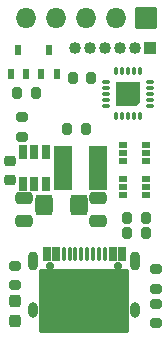
<source format=gbr>
%TF.GenerationSoftware,KiCad,Pcbnew,(6.0.10-0)*%
%TF.CreationDate,2023-01-07T15:17:09+00:00*%
%TF.ProjectId,Shelly,5368656c-6c79-42e6-9b69-6361645f7063,4*%
%TF.SameCoordinates,Original*%
%TF.FileFunction,Soldermask,Top*%
%TF.FilePolarity,Negative*%
%FSLAX46Y46*%
G04 Gerber Fmt 4.6, Leading zero omitted, Abs format (unit mm)*
G04 Created by KiCad (PCBNEW (6.0.10-0)) date 2023-01-07 15:17:09*
%MOMM*%
%LPD*%
G01*
G04 APERTURE LIST*
G04 Aperture macros list*
%AMRoundRect*
0 Rectangle with rounded corners*
0 $1 Rounding radius*
0 $2 $3 $4 $5 $6 $7 $8 $9 X,Y pos of 4 corners*
0 Add a 4 corners polygon primitive as box body*
4,1,4,$2,$3,$4,$5,$6,$7,$8,$9,$2,$3,0*
0 Add four circle primitives for the rounded corners*
1,1,$1+$1,$2,$3*
1,1,$1+$1,$4,$5*
1,1,$1+$1,$6,$7*
1,1,$1+$1,$8,$9*
0 Add four rect primitives between the rounded corners*
20,1,$1+$1,$2,$3,$4,$5,0*
20,1,$1+$1,$4,$5,$6,$7,0*
20,1,$1+$1,$6,$7,$8,$9,0*
20,1,$1+$1,$8,$9,$2,$3,0*%
%AMFreePoly0*
4,1,14,1.007071,1.007071,1.010000,1.000000,1.010000,-1.000000,1.007071,-1.007071,1.000000,-1.010000,-1.000000,-1.010000,-1.007071,-1.007071,-1.010000,-1.000000,-1.010000,0.750000,-1.007071,0.757071,-0.757071,1.007071,-0.750000,1.010000,1.000000,1.010000,1.007071,1.007071,1.007071,1.007071,$1*%
G04 Aperture macros list end*
%ADD10RoundRect,0.247500X0.237500X-0.287500X0.237500X0.287500X-0.237500X0.287500X-0.237500X-0.287500X0*%
%ADD11RoundRect,0.210000X0.275000X-0.200000X0.275000X0.200000X-0.275000X0.200000X-0.275000X-0.200000X0*%
%ADD12RoundRect,0.010000X-0.850000X0.850000X-0.850000X-0.850000X0.850000X-0.850000X0.850000X0.850000X0*%
%ADD13O,1.720000X1.720000*%
%ADD14RoundRect,0.072500X0.287500X0.062500X-0.287500X0.062500X-0.287500X-0.062500X0.287500X-0.062500X0*%
%ADD15RoundRect,0.072500X0.062500X0.287500X-0.062500X0.287500X-0.062500X-0.287500X0.062500X-0.287500X0*%
%ADD16FreePoly0,180.000000*%
%ADD17C,0.700000*%
%ADD18RoundRect,0.010000X-0.300000X-0.570000X0.300000X-0.570000X0.300000X0.570000X-0.300000X0.570000X0*%
%ADD19RoundRect,0.085000X-0.075000X-0.495000X0.075000X-0.495000X0.075000X0.495000X-0.075000X0.495000X0*%
%ADD20RoundRect,0.010000X-3.750000X-2.625000X3.750000X-2.625000X3.750000X2.625000X-3.750000X2.625000X0*%
%ADD21O,0.820000X1.620000*%
%ADD22O,0.820000X1.320000*%
%ADD23RoundRect,0.210000X-0.275000X0.200000X-0.275000X-0.200000X0.275000X-0.200000X0.275000X0.200000X0*%
%ADD24RoundRect,0.210000X-0.200000X-0.275000X0.200000X-0.275000X0.200000X0.275000X-0.200000X0.275000X0*%
%ADD25RoundRect,0.010000X-0.325000X-0.200000X0.325000X-0.200000X0.325000X0.200000X-0.325000X0.200000X0*%
%ADD26RoundRect,0.210000X0.200000X0.275000X-0.200000X0.275000X-0.200000X-0.275000X0.200000X-0.275000X0*%
%ADD27RoundRect,0.010000X-0.225000X-0.350000X0.225000X-0.350000X0.225000X0.350000X-0.225000X0.350000X0*%
%ADD28RoundRect,0.010000X0.300000X-0.550000X0.300000X0.550000X-0.300000X0.550000X-0.300000X-0.550000X0*%
%ADD29RoundRect,0.235000X0.250000X-0.225000X0.250000X0.225000X-0.250000X0.225000X-0.250000X-0.225000X0*%
%ADD30RoundRect,0.259375X-0.463125X-0.625625X0.463125X-0.625625X0.463125X0.625625X-0.463125X0.625625X0*%
%ADD31RoundRect,0.010000X0.712500X-1.850000X0.712500X1.850000X-0.712500X1.850000X-0.712500X-1.850000X0*%
%ADD32RoundRect,0.260000X-0.475000X0.250000X-0.475000X-0.250000X0.475000X-0.250000X0.475000X0.250000X0*%
%ADD33RoundRect,0.010000X0.500000X-0.500000X0.500000X0.500000X-0.500000X0.500000X-0.500000X-0.500000X0*%
%ADD34O,1.020000X1.020000*%
G04 APERTURE END LIST*
D10*
%TO.C,D3*%
X171100000Y-81775000D03*
X171100000Y-80025000D03*
%TD*%
D11*
%TO.C,R2*%
X183050000Y-79025000D03*
X183050000Y-77375000D03*
%TD*%
D12*
%TO.C,J1*%
X182200000Y-56100000D03*
D13*
X179660000Y-56100000D03*
X177120000Y-56100000D03*
X174580000Y-56100000D03*
X172040000Y-56100000D03*
%TD*%
D14*
%TO.C,U1*%
X182600000Y-63500000D03*
X182600000Y-63000000D03*
X182600000Y-62500000D03*
X182600000Y-62000000D03*
X182600000Y-61500000D03*
D15*
X181700000Y-60600000D03*
X181200000Y-60600000D03*
X180700000Y-60600000D03*
X180200000Y-60600000D03*
X179700000Y-60600000D03*
D14*
X178800000Y-61500000D03*
X178800000Y-62000000D03*
X178800000Y-62500000D03*
X178800000Y-63000000D03*
X178800000Y-63500000D03*
D15*
X179700000Y-64400000D03*
X180200000Y-64400000D03*
X180700000Y-64400000D03*
X181200000Y-64400000D03*
X181700000Y-64400000D03*
D16*
X180700000Y-62500000D03*
%TD*%
D17*
%TO.C,J3*%
X174110000Y-77110000D03*
X179890000Y-77110000D03*
D18*
X173800000Y-76040000D03*
X174600000Y-76040000D03*
D19*
X175750000Y-76040000D03*
X176750000Y-76040000D03*
X177250000Y-76040000D03*
X178250000Y-76040000D03*
D18*
X180200000Y-76040000D03*
X179400000Y-76040000D03*
D19*
X178750000Y-76040000D03*
X177750000Y-76040000D03*
X176250000Y-76040000D03*
X175250000Y-76040000D03*
D20*
X177000000Y-80025000D03*
D21*
X172680000Y-76620000D03*
D22*
X181320000Y-80810000D03*
D21*
X181320000Y-76620000D03*
D22*
X172680000Y-80810000D03*
%TD*%
D23*
%TO.C,R5*%
X171100000Y-77075000D03*
X171100000Y-78725000D03*
%TD*%
%TO.C,R1*%
X183050000Y-80275000D03*
X183050000Y-81925000D03*
%TD*%
D24*
%TO.C,R3*%
X180575000Y-73000000D03*
X182225000Y-73000000D03*
%TD*%
%TO.C,R4*%
X180575000Y-74320000D03*
X182225000Y-74320000D03*
%TD*%
D25*
%TO.C,D1*%
X180300000Y-69750000D03*
X180300000Y-70400000D03*
X180300000Y-71050000D03*
X182200000Y-71050000D03*
X182200000Y-70400000D03*
X182200000Y-69750000D03*
%TD*%
%TO.C,D2*%
X180300000Y-66850000D03*
X180300000Y-67500000D03*
X180300000Y-68150000D03*
X182200000Y-68150000D03*
X182200000Y-67500000D03*
X182200000Y-66850000D03*
%TD*%
D26*
%TO.C,C1*%
X177565000Y-61200000D03*
X176015000Y-61200000D03*
%TD*%
D27*
%TO.C,Q1*%
X170750000Y-60800000D03*
X172050000Y-60800000D03*
X171400000Y-58800000D03*
%TD*%
D26*
%TO.C,R6*%
X177175000Y-65450000D03*
X175525000Y-65450000D03*
%TD*%
D23*
%TO.C,R7*%
X171700000Y-64475000D03*
X171700000Y-66125000D03*
%TD*%
D24*
%TO.C,C5*%
X171325000Y-62400000D03*
X172875000Y-62400000D03*
%TD*%
D27*
%TO.C,Q2*%
X173350000Y-60800000D03*
X174650000Y-60800000D03*
X174000000Y-58800000D03*
%TD*%
D28*
%TO.C,U2*%
X173730000Y-67400000D03*
D29*
X170680000Y-68225000D03*
X170680000Y-69775000D03*
D30*
X173577500Y-71920000D03*
D31*
X175180000Y-68800000D03*
D28*
X173730000Y-70100000D03*
X171830000Y-70100000D03*
D32*
X171930000Y-71350000D03*
D28*
X172780000Y-70100000D03*
D32*
X171930000Y-73250000D03*
X178180000Y-73250000D03*
D28*
X172780000Y-67400000D03*
D30*
X176542500Y-71920000D03*
D31*
X178180000Y-68800000D03*
D32*
X178180000Y-71350000D03*
D28*
X171830000Y-67400000D03*
%TD*%
D33*
%TO.C,J2*%
X182600000Y-58600000D03*
D34*
X181330000Y-58600000D03*
X180060000Y-58600000D03*
X178790000Y-58600000D03*
X177520000Y-58600000D03*
X176250000Y-58600000D03*
%TD*%
M02*

</source>
